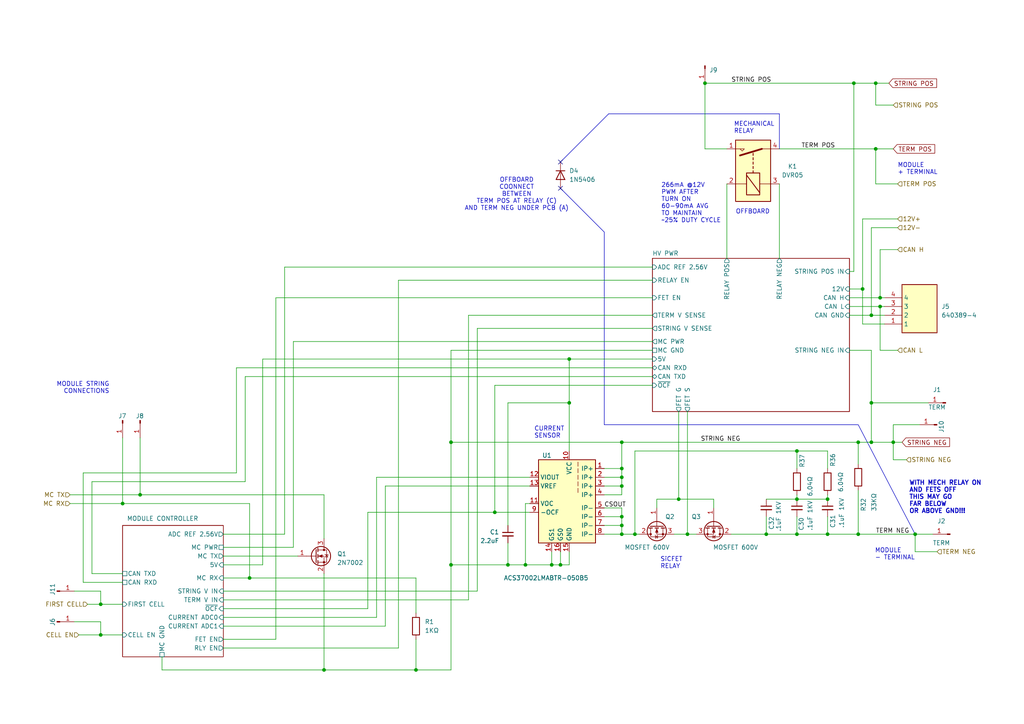
<source format=kicad_sch>
(kicad_sch (version 20250114) (generator "eeschema") (generator_version "9.0")
  (paper "A4")
  (title_block (title "9040315 Module Controller") (date "2024-04-15") (rev "E") (company "Modular Battery Technologies Inc."))
  (lib_symbols
    (symbol "CMC PROTO:ACS37002"
      (property "Reference" "U12" (at 19.05 3.1241 0))
      (property "Value" "ACS780xLRTR-100B" (at 19.05 6.9341 0))
      (symbol "ACS37002_0_1"
        (rectangle (start -7.62 5.08) (end 8.89 -19.05) (stroke (width 0.254)) (fill (type background)))
        (polyline (pts (xy -2.54 3.175) (xy -2.54 4.445)))
        (polyline (pts (xy -2.54 1.27) (xy -2.54 2.54)))
        (polyline (pts (xy -2.54 0.635) (xy -2.54 -0.635)))
        (polyline (pts (xy -2.54 -1.27) (xy -2.54 -2.54)))
        (polyline (pts (xy -2.54 -3.175) (xy -2.54 -4.445)))
      )
      (symbol "ACS37002_1_1"
        (pin passive line (at -10.16 2.54 0) (length 2.54) (name "IP+") (number "1"))
        (pin passive line (at -10.16 0 0) (length 2.54) (name "IP+") (number "2"))
        (pin passive line (at -10.16 -2.54 0) (length 2.54) (name "IP+") (number "3"))
        (pin passive line (at -10.16 -5.08 0) (length 2.54) (name "IP+") (number "4"))
        (pin passive line (at -10.16 -8.89 0) (length 2.54) (name "IP-") (number "5"))
        (pin passive line (at -10.16 -11.43 0) (length 2.54) (name "IP-") (number "6"))
        (pin passive line (at -10.16 -13.97 0) (length 2.54) (name "IP-") (number "7"))
        (pin passive line (at -10.16 -16.51 0) (length 2.54) (name "IP-") (number "8"))
        (pin power_in line (at 0 7.62 270) (length 2.54) (name "VCC") (number "10"))
        (pin power_in line (at 0 -21.59 90) (length 2.54) (name "GND") (number "15"))
        (pin passive line (at 2.54 -21.59 90) (length 2.54) (name "GS0") (number "16"))
        (pin passive line (at 5.08 -21.59 90) (length 2.54) (name "GS1") (number "14"))
        (pin output line (at 11.43 0 180) (length 2.54) (name "VIOUT") (number "12"))
        (pin output line (at 11.43 -2.54 180) (length 2.54) (name "VREF") (number "13"))
        (pin output line (at 11.43 -7.62 180) (length 2.54) (name "VOC") (number "11"))
        (pin output line (at 11.43 -10.16 180) (length 2.54) (name "-OCF") (number "9"))
      )
    )
    (symbol "CMC PROTO:relay"
      (property "Reference" "K1" (at 0 -11.43 90))
      (property "Value" "DVR05" (at -2.54 -8.89 90))
      (symbol "relay_0_0"
        (polyline (pts (xy 5.08 5.08) (xy 5.08 2.54) (xy 4.445 3.175) (xy 5.08 3.81)))
      )
      (symbol "relay_0_1"
        (rectangle (start -10.16 5.08) (end 7.62 -5.08) (stroke (width 0.254)) (fill (type background)))
        (rectangle (start -8.255 1.905) (end -1.905 -1.905) (stroke (width 0.254)))
        (polyline (pts (xy -7.62 -1.905) (xy -2.54 1.905)) (stroke (width 0.254)))
        (polyline (pts (xy -5.08 5.08) (xy -5.08 1.905)))
        (polyline (pts (xy -5.08 -5.08) (xy -5.08 -1.905)))
        (polyline (pts (xy -1.905 0) (xy -1.27 0)) (stroke (width 0.254)))
        (polyline (pts (xy -0.635 0) (xy 0 0)) (stroke (width 0.254)))
        (polyline (pts (xy 0.635 0) (xy 1.27 0)) (stroke (width 0.254)))
        (polyline (pts (xy 1.905 0) (xy 2.54 0)) (stroke (width 0.254)))
        (polyline (pts (xy 3.175 0) (xy 3.81 0)) (stroke (width 0.254)))
        (polyline (pts (xy 5.08 -2.54) (xy 3.175 3.81)) (stroke (width 0.508)))
        (polyline (pts (xy 5.08 -2.54) (xy 5.08 -5.08)))
      )
      (symbol "relay_1_1"
        (pin passive line (at -5.08 7.62 270) (length 2.54) (name "~") (number "2"))
        (pin passive line (at -5.08 -7.62 90) (length 2.54) (name "~") (number "3"))
        (pin passive line (at 5.08 7.62 270) (length 2.54) (name "~") (number "1"))
        (pin passive line (at 5.08 -7.62 90) (length 2.54) (name "~") (number "4"))
      )
    )
    (symbol "Diode:1N5406" (pin_numbers (hide yes)) (pin_names (hide yes))
      (property "Reference" "D" (at 0 2.54 0))
      (property "Value" "1N5406" (at 0 -2.54 0))
      (symbol "1N5406_0_1"
        (polyline (pts (xy -1.27 1.27) (xy -1.27 -1.27)) (stroke (width 0.254)))
        (polyline (pts (xy 1.27 1.27) (xy 1.27 -1.27) (xy -1.27 0) (xy 1.27 1.27)) (stroke (width 0.254)))
        (polyline (pts (xy 1.27 0) (xy -1.27 0)))
      )
      (symbol "1N5406_1_1"
        (pin passive line (at -3.81 0 0) (length 2.54) (name "K") (number "1"))
        (pin passive line (at 3.81 0 180) (length 2.54) (name "A") (number "2"))
      )
    )
    (symbol "Modbatt_Extracted:2N7002" (pin_names (hide yes))
      (property "Reference" "Q" (at 5.08 1.905 0))
      (property "Value" "2N7002" (at 5.08 0 0))
      (symbol "2N7002_0_1"
        (polyline (pts (xy 0.254 1.905) (xy 0.254 -1.905)) (stroke (width 0.254)))
        (polyline (pts (xy 0.254 0) (xy -2.54 0)))
        (polyline (pts (xy 0.762 2.286) (xy 0.762 1.27)) (stroke (width 0.254)))
        (polyline (pts (xy 0.762 0.508) (xy 0.762 -0.508)) (stroke (width 0.254)))
        (polyline (pts (xy 0.762 -1.27) (xy 0.762 -2.286)) (stroke (width 0.254)))
        (polyline (pts (xy 0.762 -1.778) (xy 3.302 -1.778) (xy 3.302 1.778) (xy 0.762 1.778)))
        (polyline (pts (xy 1.016 0) (xy 2.032 0.381) (xy 2.032 -0.381) (xy 1.016 0)) (fill (type outline)))
        (circle (center 1.651 0) (radius 2.794) (stroke (width 0.254)))
        (polyline (pts (xy 2.54 2.54) (xy 2.54 1.778)))
        (circle (center 2.54 1.778) (radius 0.254) (fill (type outline)))
        (circle (center 2.54 -1.778) (radius 0.254) (fill (type outline)))
        (polyline (pts (xy 2.54 -2.54) (xy 2.54 0) (xy 0.762 0)))
        (polyline (pts (xy 2.794 0.508) (xy 2.921 0.381) (xy 3.683 0.381) (xy 3.81 0.254)))
        (polyline (pts (xy 3.302 0.381) (xy 2.921 -0.254) (xy 3.683 -0.254) (xy 3.302 0.381)))
      )
      (symbol "2N7002_1_1"
        (pin input line (at -5.08 0 0) (length 2.54) (name "G") (number "1"))
        (pin passive line (at 2.54 5.08 270) (length 2.54) (name "D") (number "3"))
        (pin passive line (at 2.54 -5.08 90) (length 2.54) (name "S") (number "2"))
      )
    )
    (symbol "Modbatt_Extracted:C_Small" (pin_numbers (hide yes)) (pin_names (offset 0.254) (hide yes))
      (property "Reference" "C" (at 0.254 1.778 0))
      (property "Value" "C_Small" (at 0.254 -2.032 0))
      (symbol "C_Small_0_1"
        (polyline (pts (xy -1.524 0.508) (xy 1.524 0.508)) (stroke (width 0.3048)))
        (polyline (pts (xy -1.524 -0.508) (xy 1.524 -0.508)) (stroke (width 0.3302)))
      )
      (symbol "C_Small_1_1"
        (pin passive line (at 0 2.54 270) (length 2.032) (name "~") (number "1"))
        (pin passive line (at 0 -2.54 90) (length 2.032) (name "~") (number "2"))
      )
    )
    (symbol "Modbatt_Extracted:Conn_01x01_Pin" (pin_names (offset 1.016) (hide yes))
      (property "Reference" "J" (at 0 2.54 0))
      (property "Value" "Conn_01x01_Pin" (at 0 -2.54 0))
      (symbol "Conn_01x01_Pin_1_1"
        (rectangle (start 0.8636 0.127) (end 0 -0.127) (stroke (width 0.1524)) (fill (type outline)))
        (polyline (pts (xy 1.27 0) (xy 0.8636 0)) (stroke (width 0.1524)))
        (pin passive line (at 5.08 0 180) (length 3.81) (name "Pin_1") (number "1"))
      )
    )
    (symbol "Modbatt_Extracted:R" (pin_numbers (hide yes)) (pin_names (offset 0))
      (property "Reference" "R" (at 2.032 0 90))
      (property "Value" "R" (at 0 0 90))
      (symbol "R_0_1"
        (rectangle (start -1.016 -2.54) (end 1.016 2.54) (stroke (width 0.254)))
      )
      (symbol "R_1_1"
        (pin passive line (at 0 3.81 270) (length 1.27) (name "~") (number "1"))
        (pin passive line (at 0 -3.81 90) (length 1.27) (name "~") (number "2"))
      )
    )
    (symbol "Modbatt_Library:640389-4"
      (property "Reference" "J5" (at 16.51 -5.715 0))
      (property "Value" "640389-4" (at 16.51 -8.255 0))
      (symbol "640389-4_1_1"
        (rectangle (start 5.08 -1.27) (end 15.24 -15.24) (stroke (width 0.254)) (fill (type background)))
        (pin passive line (at 0 -5.08 0) (length 5.08) (name "4") (number "4"))
        (pin passive line (at 0 -7.62 0) (length 5.08) (name "3") (number "3"))
        (pin passive line (at 0 -10.16 0) (length 5.08) (name "2") (number "2"))
        (pin passive line (at 0 -12.7 0) (length 5.08) (name "1") (number "1"))
      )
    )
    (symbol "Modbatt_Library:MCS035SMA070S" (pin_names (hide yes))
      (property "Reference" "Q2" (at 3.81 2.54 90))
      (property "Value" "MSC035SMA070S" (at 6.35 -6.35 90))
      (symbol "MCS035SMA070S_0_1"
        (polyline (pts (xy 0.254 1.905) (xy 0.254 -1.905)) (stroke (width 0.254)))
        (polyline (pts (xy 0.254 0) (xy -2.54 0)))
        (polyline (pts (xy 0.762 2.286) (xy 0.762 1.27)) (stroke (width 0.254)))
        (polyline (pts (xy 0.762 0.508) (xy 0.762 -0.508)) (stroke (width 0.254)))
        (polyline (pts (xy 0.762 -1.27) (xy 0.762 -2.286)) (stroke (width 0.254)))
        (polyline (pts (xy 0.762 -1.778) (xy 3.302 -1.778) (xy 3.302 1.778) (xy 0.762 1.778)))
        (polyline (pts (xy 1.016 0) (xy 2.032 0.381) (xy 2.032 -0.381) (xy 1.016 0)) (fill (type outline)))
        (circle (center 1.651 0) (radius 2.794) (stroke (width 0.254)))
        (polyline (pts (xy 2.54 2.54) (xy 2.54 1.778)))
        (circle (center 2.54 1.778) (radius 0.254) (fill (type outline)))
        (circle (center 2.54 -1.778) (radius 0.254) (fill (type outline)))
        (polyline (pts (xy 2.54 -2.54) (xy 2.54 0) (xy 0.762 0)))
        (polyline (pts (xy 2.794 0.508) (xy 2.921 0.381) (xy 3.683 0.381) (xy 3.81 0.254)))
        (polyline (pts (xy 3.302 0.381) (xy 2.921 -0.254) (xy 3.683 -0.254) (xy 3.302 0.381)))
      )
      (symbol "MCS035SMA070S_1_1"
        (pin input line (at -5.08 0 0) (length 2.54) (name "G") (number "1"))
        (pin passive line (at 2.54 5.08 270) (length 2.54) (name "D") (number "2"))
        (pin passive line (at 2.54 -5.08 90) (length 2.54) (name "S") (number "3"))
      )
    )
  )
  (text "OFFBOARD\nCOONNECT\nBETWEEN\nTERM POS AT RELAY (C)\nAND TERM NEG UNDER PCB (A)" (at 149.86 56.388 0) (effects (font (size 1.27 1.27))))
  (text "WITH MECH RELAY ON \nAND FETS OFF\nTHIS MAY GO \nFAR BELOW \nOR ABOVE GND!!!" (at 263.652 149.098 0) (effects (font (size 1.27 1.27) (thickness 0.254) (bold yes)) (justify left bottom)))
  (text "OFFBOARD" (at 213.36 62.23 0) (effects (font (size 1.27 1.27)) (justify left bottom)))
  (text "MODULE STRING\nCONNECTIONS" (at 31.75 114.3 0) (effects (font (size 1.27 1.27)) (justify right bottom)))
  (text "MODULE\n- TERMINAL" (at 253.746 162.56 0) (effects (font (size 1.27 1.27)) (justify left bottom)))
  (text "CURRENT\nSENSOR" (at 154.94 127.254 0) (effects (font (size 1.27 1.27)) (justify left bottom)))
  (text "MECHANICAL\nRELAY" (at 212.852 38.862 0) (effects (font (size 1.27 1.27)) (justify left bottom)))
  (text "MODULE\n+ TERMINAL" (at 260.35 50.8 0) (effects (font (size 1.27 1.27)) (justify left bottom)))
  (text "SiCFET\nRELAY" (at 191.516 165.1 0) (effects (font (size 1.27 1.27)) (justify left bottom)))
  (text "266mA @12V\nPWM AFTER \nTURN ON\n60-90mA AVG\nTO MAINTAIN\n~25% DUTY CYCLE" (at 191.77 64.77 0) (effects (font (size 1.27 1.27)) (justify left bottom)))
  (junction (at 35.56 146.05))
  (junction (at 180.34 128.27))
  (junction (at 204.47 24.13))
  (junction (at 247.65 24.13))
  (junction (at 231.14 154.94))
  (junction (at 160.02 163.83))
  (junction (at 248.92 128.27))
  (junction (at 250.19 83.82))
  (junction (at 196.85 144.78))
  (junction (at 254 43.18))
  (junction (at 180.34 154.94))
  (junction (at 254 24.13))
  (junction (at 248.92 154.94))
  (junction (at 240.03 154.94))
  (junction (at 180.34 138.43))
  (junction (at 265.43 154.94))
  (junction (at 120.65 194.31))
  (junction (at 255.27 88.9))
  (junction (at 152.4 163.83))
  (junction (at 165.1 116.84))
  (junction (at 231.14 130.81))
  (junction (at 184.15 154.94))
  (junction (at 222.25 154.94))
  (junction (at 180.34 152.4))
  (junction (at 199.39 154.94))
  (junction (at 147.32 163.83))
  (junction (at 40.64 143.51))
  (junction (at 180.34 149.86))
  (junction (at 252.73 116.84))
  (junction (at 180.34 140.97))
  (junction (at 165.1 104.14))
  (junction (at 252.73 91.44))
  (junction (at 143.51 148.59))
  (junction (at 72.39 167.64))
  (junction (at 180.34 135.89))
  (junction (at 130.81 128.27))
  (junction (at 162.56 163.83))
  (junction (at 252.73 128.27))
  (junction (at 259.08 128.27))
  (junction (at 231.14 144.78))
  (junction (at 29.21 175.26))
  (junction (at 29.21 184.15))
  (junction (at 240.03 144.78))
  (junction (at 255.27 86.36))
  (junction (at 93.98 194.31))
  (junction (at 130.81 163.83))
  (no_connect (at 162.56 54.61))
  (no_connect (at 162.56 46.99))
  (wire (pts (xy 196.85 144.78) (xy 207.01 144.78)))
  (wire (pts (xy 226.06 43.18) (xy 254 43.18)))
  (wire (pts (xy 80.01 86.36) (xy 80.01 185.42)))
  (wire (pts (xy 250.19 93.98) (xy 256.54 93.98)))
  (wire (pts (xy 29.21 171.45) (xy 29.21 175.26)))
  (wire (pts (xy 115.57 187.96) (xy 64.77 187.96)))
  (wire (pts (xy 76.2 163.83) (xy 64.77 163.83)))
  (wire (pts (xy 109.22 179.07) (xy 109.22 138.43)))
  (wire (pts (xy 212.09 154.94) (xy 222.25 154.94)))
  (wire (pts (xy 180.34 128.27) (xy 248.92 128.27)))
  (wire (pts (xy 189.23 81.28) (xy 115.57 81.28)))
  (wire (pts (xy 259.08 128.27) (xy 259.08 133.35)))
  (wire (pts (xy 106.68 148.59) (xy 106.68 176.53)))
  (wire (pts (xy 20.32 143.51) (xy 40.64 143.51)))
  (wire (pts (xy 247.65 24.13) (xy 254 24.13)))
  (polyline (pts (xy 175.26 123.19) (xy 175.26 67.31)))
  (polyline (pts (xy 248.92 123.19) (xy 175.26 123.19)))
  (polyline (pts (xy 226.06 33.02) (xy 176.53 33.02)))
  (wire (pts (xy 231.14 135.89) (xy 231.14 130.81)))
  (wire (pts (xy 138.43 171.45) (xy 64.77 171.45)))
  (wire (pts (xy 248.92 128.27) (xy 248.92 134.62)))
  (wire (pts (xy 259.08 133.35) (xy 262.89 133.35)))
  (wire (pts (xy 265.43 154.94) (xy 265.43 160.02)))
  (wire (pts (xy 130.81 101.6) (xy 189.23 101.6)))
  (wire (pts (xy 135.89 91.44) (xy 135.89 173.99)))
  (wire (pts (xy 120.65 185.42) (xy 120.65 194.31)))
  (wire (pts (xy 246.38 86.36) (xy 255.27 86.36)))
  (wire (pts (xy 259.08 128.27) (xy 261.62 128.27)))
  (wire (pts (xy 109.22 138.43) (xy 153.67 138.43)))
  (wire (pts (xy 143.51 148.59) (xy 153.67 148.59)))
  (wire (pts (xy 175.26 149.86) (xy 180.34 149.86)))
  (wire (pts (xy 254 43.18) (xy 259.08 43.18)))
  (wire (pts (xy 250.19 83.82) (xy 250.19 93.98)))
  (wire (pts (xy 184.15 130.81) (xy 231.14 130.81)))
  (wire (pts (xy 175.26 147.32) (xy 180.34 147.32)))
  (wire (pts (xy 21.59 171.45) (xy 29.21 171.45)))
  (wire (pts (xy 64.77 161.29) (xy 86.36 161.29)))
  (wire (pts (xy 120.65 194.31) (xy 130.81 194.31)))
  (wire (pts (xy 85.09 99.06) (xy 85.09 158.75)))
  (wire (pts (xy 120.65 167.64) (xy 72.39 167.64)))
  (wire (pts (xy 204.47 24.13) (xy 204.47 43.18)))
  (wire (pts (xy 254 24.13) (xy 257.81 24.13)))
  (wire (pts (xy 252.73 116.84) (xy 252.73 128.27)))
  (wire (pts (xy 138.43 95.25) (xy 189.23 95.25)))
  (wire (pts (xy 255.27 86.36) (xy 256.54 86.36)))
  (wire (pts (xy 111.76 140.97) (xy 153.67 140.97)))
  (polyline (pts (xy 162.56 54.61) (xy 175.26 67.31)))
  (wire (pts (xy 240.03 154.94) (xy 248.92 154.94)))
  (wire (pts (xy 111.76 181.61) (xy 64.77 181.61)))
  (wire (pts (xy 180.34 147.32) (xy 180.34 149.86)))
  (wire (pts (xy 152.4 163.83) (xy 160.02 163.83)))
  (wire (pts (xy 252.73 116.84) (xy 269.24 116.84)))
  (wire (pts (xy 68.58 106.68) (xy 189.23 106.68)))
  (wire (pts (xy 222.25 149.86) (xy 222.25 154.94)))
  (wire (pts (xy 246.38 91.44) (xy 252.73 91.44)))
  (wire (pts (xy 93.98 194.31) (xy 120.65 194.31)))
  (wire (pts (xy 82.55 77.47) (xy 189.23 77.47)))
  (wire (pts (xy 162.56 160.02) (xy 162.56 163.83)))
  (wire (pts (xy 231.14 144.78) (xy 240.03 144.78)))
  (wire (pts (xy 21.59 180.34) (xy 29.21 180.34)))
  (wire (pts (xy 259.08 30.48) (xy 254 30.48)))
  (wire (pts (xy 130.81 163.83) (xy 147.32 163.83)))
  (wire (pts (xy 165.1 116.84) (xy 165.1 130.81)))
  (wire (pts (xy 115.57 81.28) (xy 115.57 187.96)))
  (wire (pts (xy 93.98 166.37) (xy 93.98 194.31)))
  (wire (pts (xy 207.01 144.78) (xy 207.01 147.32)))
  (wire (pts (xy 252.73 91.44) (xy 256.54 91.44)))
  (wire (pts (xy 240.03 143.51) (xy 240.03 144.78)))
  (wire (pts (xy 190.5 144.78) (xy 196.85 144.78)))
  (wire (pts (xy 152.4 146.05) (xy 152.4 163.83)))
  (wire (pts (xy 204.47 43.18) (xy 210.82 43.18)))
  (wire (pts (xy 252.73 66.04) (xy 260.35 66.04)))
  (wire (pts (xy 160.02 163.83) (xy 162.56 163.83)))
  (wire (pts (xy 82.55 154.94) (xy 64.77 154.94)))
  (wire (pts (xy 175.26 138.43) (xy 180.34 138.43)))
  (wire (pts (xy 180.34 128.27) (xy 180.34 135.89)))
  (wire (pts (xy 120.65 167.64) (xy 120.65 177.8)))
  (wire (pts (xy 35.56 146.05) (xy 72.39 146.05)))
  (wire (pts (xy 180.34 143.51) (xy 175.26 143.51)))
  (wire (pts (xy 265.43 154.94) (xy 270.51 154.94)))
  (wire (pts (xy 71.12 109.22) (xy 71.12 139.7)))
  (wire (pts (xy 246.38 88.9) (xy 255.27 88.9)))
  (wire (pts (xy 231.14 154.94) (xy 240.03 154.94)))
  (wire (pts (xy 24.13 137.16) (xy 24.13 168.91)))
  (wire (pts (xy 189.23 111.76) (xy 143.51 111.76)))
  (wire (pts (xy 64.77 179.07) (xy 109.22 179.07)))
  (wire (pts (xy 254 53.34) (xy 254 43.18)))
  (wire (pts (xy 130.81 163.83) (xy 130.81 194.31)))
  (wire (pts (xy 80.01 86.36) (xy 189.23 86.36)))
  (wire (pts (xy 76.2 104.14) (xy 76.2 163.83)))
  (wire (pts (xy 252.73 101.6) (xy 252.73 116.84)))
  (wire (pts (xy 190.5 147.32) (xy 190.5 144.78)))
  (wire (pts (xy 153.67 146.05) (xy 152.4 146.05)))
  (wire (pts (xy 259.08 123.19) (xy 266.7 123.19)))
  (wire (pts (xy 106.68 176.53) (xy 64.77 176.53)))
  (wire (pts (xy 180.34 138.43) (xy 180.34 140.97)))
  (wire (pts (xy 160.02 160.02) (xy 160.02 163.83)))
  (wire (pts (xy 147.32 163.83) (xy 152.4 163.83)))
  (wire (pts (xy 247.65 78.74) (xy 247.65 24.13)))
  (wire (pts (xy 22.86 184.15) (xy 29.21 184.15)))
  (wire (pts (xy 180.34 140.97) (xy 180.34 143.51)))
  (wire (pts (xy 35.56 127) (xy 35.56 146.05)))
  (polyline (pts (xy 226.06 43.18) (xy 226.06 33.02)))
  (wire (pts (xy 165.1 104.14) (xy 189.23 104.14)))
  (wire (pts (xy 26.67 166.37) (xy 26.67 139.7)))
  (wire (pts (xy 165.1 163.83) (xy 162.56 163.83)))
  (wire (pts (xy 184.15 154.94) (xy 185.42 154.94)))
  (wire (pts (xy 68.58 106.68) (xy 68.58 137.16)))
  (wire (pts (xy 64.77 158.75) (xy 85.09 158.75)))
  (wire (pts (xy 64.77 167.64) (xy 72.39 167.64)))
  (wire (pts (xy 130.81 128.27) (xy 180.34 128.27)))
  (wire (pts (xy 210.82 53.34) (xy 210.82 74.93)))
  (wire (pts (xy 40.64 127) (xy 40.64 143.51)))
  (wire (pts (xy 255.27 86.36) (xy 255.27 72.39)))
  (wire (pts (xy 147.32 157.48) (xy 147.32 163.83)))
  (wire (pts (xy 180.34 135.89) (xy 180.34 138.43)))
  (wire (pts (xy 265.43 160.02) (xy 271.78 160.02)))
  (wire (pts (xy 82.55 77.47) (xy 82.55 154.94)))
  (wire (pts (xy 147.32 116.84) (xy 147.32 152.4)))
  (wire (pts (xy 231.14 149.86) (xy 231.14 154.94)))
  (wire (pts (xy 130.81 128.27) (xy 130.81 163.83)))
  (wire (pts (xy 85.09 99.06) (xy 189.23 99.06)))
  (wire (pts (xy 46.99 194.31) (xy 93.98 194.31)))
  (wire (pts (xy 259.08 128.27) (xy 259.08 123.19)))
  (wire (pts (xy 26.67 139.7) (xy 71.12 139.7)))
  (wire (pts (xy 135.89 173.99) (xy 64.77 173.99)))
  (wire (pts (xy 255.27 88.9) (xy 256.54 88.9)))
  (wire (pts (xy 204.47 24.13) (xy 247.65 24.13)))
  (wire (pts (xy 20.32 146.05) (xy 35.56 146.05)))
  (wire (pts (xy 143.51 111.76) (xy 143.51 148.59)))
  (wire (pts (xy 175.26 135.89) (xy 180.34 135.89)))
  (wire (pts (xy 68.58 137.16) (xy 24.13 137.16)))
  (wire (pts (xy 175.26 140.97) (xy 180.34 140.97)))
  (wire (pts (xy 196.85 119.38) (xy 196.85 144.78)))
  (wire (pts (xy 26.67 166.37) (xy 35.56 166.37)))
  (wire (pts (xy 240.03 130.81) (xy 231.14 130.81)))
  (wire (pts (xy 71.12 109.22) (xy 189.23 109.22)))
  (wire (pts (xy 246.38 78.74) (xy 247.65 78.74)))
  (wire (pts (xy 175.26 152.4) (xy 180.34 152.4)))
  (wire (pts (xy 25.4 175.26) (xy 29.21 175.26)))
  (wire (pts (xy 250.19 83.82) (xy 246.38 83.82)))
  (wire (pts (xy 93.98 143.51) (xy 93.98 156.21)))
  (wire (pts (xy 29.21 175.26) (xy 35.56 175.26)))
  (wire (pts (xy 175.26 154.94) (xy 180.34 154.94)))
  (wire (pts (xy 180.34 152.4) (xy 180.34 154.94)))
  (wire (pts (xy 165.1 160.02) (xy 165.1 163.83)))
  (wire (pts (xy 29.21 180.34) (xy 29.21 184.15)))
  (wire (pts (xy 130.81 101.6) (xy 130.81 128.27)))
  (wire (pts (xy 252.73 66.04) (xy 252.73 91.44)))
  (wire (pts (xy 260.35 53.34) (xy 254 53.34)))
  (wire (pts (xy 165.1 104.14) (xy 165.1 116.84)))
  (wire (pts (xy 135.89 91.44) (xy 189.23 91.44)))
  (wire (pts (xy 222.25 154.94) (xy 231.14 154.94)))
  (wire (pts (xy 240.03 149.86) (xy 240.03 154.94)))
  (wire (pts (xy 106.68 148.59) (xy 143.51 148.59)))
  (wire (pts (xy 40.64 143.51) (xy 93.98 143.51)))
  (wire (pts (xy 240.03 135.89) (xy 240.03 130.81)))
  (wire (pts (xy 250.19 63.5) (xy 250.19 83.82)))
  (wire (pts (xy 199.39 119.38) (xy 199.39 154.94)))
  (wire (pts (xy 24.13 168.91) (xy 35.56 168.91)))
  (wire (pts (xy 195.58 154.94) (xy 199.39 154.94)))
  (polyline (pts (xy 248.92 123.19) (xy 265.43 154.94)))
  (wire (pts (xy 199.39 154.94) (xy 201.93 154.94)))
  (wire (pts (xy 255.27 101.6) (xy 260.35 101.6)))
  (wire (pts (xy 29.21 184.15) (xy 35.56 184.15)))
  (wire (pts (xy 255.27 72.39) (xy 260.35 72.39)))
  (wire (pts (xy 248.92 154.94) (xy 265.43 154.94)))
  (wire (pts (xy 248.92 128.27) (xy 252.73 128.27)))
  (wire (pts (xy 248.92 142.24) (xy 248.92 154.94)))
  (wire (pts (xy 80.01 185.42) (xy 64.77 185.42)))
  (wire (pts (xy 252.73 128.27) (xy 259.08 128.27)))
  (wire (pts (xy 250.19 63.5) (xy 260.35 63.5)))
  (wire (pts (xy 147.32 116.84) (xy 165.1 116.84)))
  (wire (pts (xy 111.76 140.97) (xy 111.76 181.61)))
  (wire (pts (xy 231.14 144.78) (xy 231.14 143.51)))
  (wire (pts (xy 222.25 144.78) (xy 231.14 144.78)))
  (wire (pts (xy 254 30.48) (xy 254 24.13)))
  (wire (pts (xy 180.34 154.94) (xy 184.15 154.94)))
  (wire (pts (xy 180.34 149.86) (xy 180.34 152.4)))
  (wire (pts (xy 226.06 53.34) (xy 226.06 74.93)))
  (wire (pts (xy 46.99 194.31) (xy 46.99 190.5)))
  (wire (pts (xy 184.15 130.81) (xy 184.15 154.94)))
  (wire (pts (xy 72.39 146.05) (xy 72.39 167.64)))
  (wire (pts (xy 246.38 101.6) (xy 252.73 101.6)))
  (polyline (pts (xy 162.56 46.99) (xy 176.53 33.02)))
  (wire (pts (xy 255.27 88.9) (xy 255.27 101.6)))
  (wire (pts (xy 165.1 104.14) (xy 76.2 104.14)))
  (wire (pts (xy 138.43 95.25) (xy 138.43 171.45)))
  (label "STRING POS" (at 212.09 24.13 0))
  (label "TERM POS" (at 232.41 43.18 0))
  (label "TERM NEG" (at 254 154.94 0))
  (label "STRING NEG" (at 203.2 128.27 0))
  (label "CSOUT" (at 175.26 147.32 0))
  (global_label "STRING POS" (shape input) (at 257.81 24.13 0) (property "Intersheetrefs" "${INTERSHEET_REFS}" (effects (hide yes))))
  (global_label "STRING NEG" (shape input) (at 261.62 128.27 0) (property "Intersheetrefs" "${INTERSHEET_REFS}" (effects (hide yes))))
  (global_label "TERM POS" (shape input) (at 259.08 43.18 0) (property "Intersheetrefs" "${INTERSHEET_REFS}" (effects (hide yes))))
  (hierarchical_label "STRING POS" (shape input) (at 259.08 30.48 0))
  (hierarchical_label "MC TX" (shape input) (at 20.32 143.51 180))
  (hierarchical_label "STRING NEG" (shape input) (at 262.89 133.35 0))
  (hierarchical_label "FIRST CELL" (shape input) (at 25.4 175.26 180))
  (hierarchical_label "CELL EN" (shape input) (at 22.86 184.15 180))
  (hierarchical_label "12V+" (shape input) (at 260.35 63.5 0))
  (hierarchical_label "CAN H" (shape input) (at 260.35 72.39 0))
  (hierarchical_label "12V-" (shape input) (at 260.35 66.04 0))
  (hierarchical_label "MC RX" (shape input) (at 20.32 146.05 180))
  (hierarchical_label "TERM NEG" (shape input) (at 271.78 160.02 0))
  (hierarchical_label "TERM POS" (shape input) (at 260.35 53.34 0))
  (hierarchical_label "CAN L" (shape input) (at 260.35 101.6 0))
  (symbol (lib_id "Modbatt_Extracted:Conn_01x01_Pin") (at 35.56 121.92 270) (unit 1)
    (property "Reference" "J7" (at 34.29 120.65 90) (effects (justify left)))
    (property "Value" "Conn_01x01_Pin" (effects (hide yes)))
    (property "Footprint" "modbatt footprints:PinHeader_1x01_P1.00mm_Horizontal" (effects (hide yes)))
  )
  (symbol (lib_id "Modbatt_Extracted:Conn_01x01_Pin") (at 271.78 123.19 180) (unit 1)
    (property "Reference" "J10" (at 273.05 121.92 90) (effects (justify left)))
    (property "Value" "Conn_01x01_Pin" (effects (hide yes)))
    (property "Footprint" "modbatt footprints:PinHeader_1x01_P1.00mm_Horizontal" (effects (hide yes)))
  )
  (symbol (lib_id "CMC PROTO:relay") (at 218.44 48.26 90) (unit 1) (in_bom no)
    (property "Reference" "K1" (at 229.87 48.26 90))
    (property "Value" "DVR05" (at 229.87 50.8 90))
    (property "Footprint" "modbatt footprints:modbatt relay tab" (effects (hide yes)))
    (property "Datasheet" "https://www.omron.com/ecb/products/pdf/en-g5q.pdf" (effects (hide yes)))
  )
  (symbol (lib_id "Modbatt_Extracted:Conn_01x01_Pin") (at 204.47 19.05 270) (unit 1)
    (property "Reference" "J9" (at 205.74 20.32 90) (effects (justify left)))
    (property "Value" "Conn_01x01_Pin" (effects (hide yes)))
    (property "Footprint" "modbatt footprints:PinHeader_1x01_P1.00mm_Horizontal" (effects (hide yes)))
  )
  (symbol (lib_id "Modbatt_Extracted:R") (at 240.03 139.7 180) (unit 1)
    (property "Reference" "R36" (at 241.554 135.382 90) (effects (justify right)))
    (property "Value" "6.04Ω" (at 243.84 142.748 90) (effects (justify right)))
    (property "Footprint" "Resistor_SMD:R_2512_6332Metric" (effects (hide yes)))
    (property "Description" "RES 6.04 OHM 1.5W 1% 2512" (effects (hide yes)))
    (property "MB P/N" "9042155" (effects (hide yes)))
    (property "Manufacturer_Name" "VISHAY" (effects (hide yes)))
    (property "Manufacturer_Part_Number" "CRCW25126R04FKEGHP" (effects (hide yes)))
  )
  (symbol (lib_id "Modbatt_Extracted:Conn_01x01_Pin") (at 274.32 116.84 180) (unit 1) (in_bom no)
    (property "Reference" "J1" (at 271.78 113.03 0))
    (property "Value" "TERM" (at 271.78 118.11 0))
    (property "Footprint" "modbatt footprints:TERMINAL" (effects (hide yes)))
  )
  (symbol (lib_id "Modbatt_Extracted:Conn_01x01_Pin") (at 275.59 154.94 180) (unit 1) (in_bom no)
    (property "Reference" "J2" (at 273.05 151.13 0))
    (property "Value" "TERM" (at 273.05 157.48 0))
    (property "Footprint" "modbatt footprints:TERMINAL" (effects (hide yes)))
  )
  (symbol (lib_id "Modbatt_Extracted:2N7002") (at 91.44 161.29 0) (unit 1)
    (property "Reference" "Q1" (at 97.79 160.655 0) (effects (justify left)))
    (property "Value" "2N7002" (at 97.79 163.195 0) (effects (justify left)))
    (property "Footprint" "Package_TO_SOT_SMD:SOT-323_SC-70" (effects (hide yes)))
    (property "Datasheet" "https://www.onsemi.com/pub/Collateral/NDS7002A-D.PDF" (effects (hide yes)))
  )
  (symbol (lib_id "Modbatt_Extracted:C_Small") (at 231.14 147.32 0) (mirror y) (unit 1)
    (property "Reference" "C30" (at 232.41 153.924 90) (effects (justify left)))
    (property "Value" ".1uF 1KV" (at 234.95 153.924 90) (effects (justify left)))
    (property "Footprint" "Capacitor_SMD:C_1812_4532Metric" (effects (hide yes)))
  )
  (symbol (lib_id "Modbatt_Extracted:R") (at 248.92 138.43 180) (unit 1)
    (property "Reference" "R32" (at 250.444 148.336 90) (effects (justify right)))
    (property "Value" "33KΩ" (at 253.4921 148.336 90) (effects (justify right)))
    (property "Footprint" "modbatt footprints:3560" (effects (hide yes)))
    (property "Description" "RES 3560 33K 6W 1%" (effects (hide yes)))
    (property "MB P/N" "9042127" (effects (hide yes)))
    (property "Manufacturer_Name" "TE Connectivity" (effects (hide yes)))
    (property "Manufacturer_Part_Number" "356033KFT" (effects (hide yes)))
  )
  (symbol (lib_id "Modbatt_Extracted:Conn_01x01_Pin") (at 16.51 180.34 0) (unit 1)
    (property "Reference" "J6" (at 15.24 181.61 90) (effects (justify left)))
    (property "Value" "Conn_01x01_Pin" (effects (hide yes)))
    (property "Footprint" "modbatt footprints:PinHeader_1x01_P1.00mm_Horizontal" (effects (hide yes)))
  )
  (symbol (lib_id "Modbatt_Extracted:C_Small") (at 222.25 147.32 0) (mirror y) (unit 1)
    (property "Reference" "C32" (at 223.774 153.67 90) (effects (justify left)))
    (property "Value" ".1uF 1KV" (at 225.806 154.178 90) (effects (justify left)))
    (property "Footprint" "Capacitor_SMD:C_1812_4532Metric" (effects (hide yes)))
  )
  (symbol (lib_id "Modbatt_Extracted:R") (at 231.14 139.7 0) (mirror x) (unit 1)
    (property "Reference" "R37" (at 232.664 135.636 90) (effects (justify right)))
    (property "Value" "6.04Ω" (at 234.95 144.018 90) (effects (justify right)))
    (property "Footprint" "Resistor_SMD:R_2512_6332Metric" (effects (hide yes)))
    (property "Description" "RES 6.04 OHM 1.5W 1% 2512" (effects (hide yes)))
    (property "MB P/N" "9042155" (effects (hide yes)))
    (property "Manufacturer_Name" "VISHAY" (effects (hide yes)))
    (property "Manufacturer_Part_Number" "CRCW25126R04FKEGHP" (effects (hide yes)))
  )
  (symbol (lib_id "Modbatt_Extracted:Conn_01x01_Pin") (at 16.51 171.45 0) (unit 1)
    (property "Reference" "J11" (at 15.24 172.72 90) (effects (justify left)))
    (property "Value" "Conn_01x01_Pin" (effects (hide yes)))
    (property "Footprint" "modbatt footprints:PinHeader_1x01_P1.00mm_Horizontal" (effects (hide yes)))
  )
  (symbol (lib_id "Modbatt_Library:640389-4") (at 256.54 81.28 0) (unit 1)
    (property "Reference" "J5" (at 273.05 88.9 0) (effects (justify left)))
    (property "Value" "640389-4" (at 273.05 91.44 0) (effects (justify left)))
    (property "Footprint" "modbatt footprints:6403896-4" (effects (hide yes)))
    (property "Datasheet" "https://www.te.com/commerce/DocumentDelivery/DDEController?Action=showdoc&DocId=Customer+Drawing%7F640389%7FAD1%7Fpdf%7FEnglish%7FENG_CD_640389_AD1.pdf%7F640389-6" (effects (hide yes)))
    (property "Height" "8.001" (effects (hide yes)))
    (property "Mouser Part Number" "571-6403896" (effects (hide yes)))
    (property "Mouser Price/Stock" "https://www.mouser.co.uk/ProductDetail/TE-Connectivity/640389-6?qs=qrYS%2FWt5A16t2l2Apbyy6g%3D%3D" (effects (hide yes)))
    (property "Manufacturer_Name" "TE Connectivity" (effects (hide yes)))
    (property "Manufacturer_Part_Number" "640389-6" (effects (hide yes)))
  )
  (symbol (lib_id "Modbatt_Extracted:R") (at 120.65 181.61 0) (unit 1)
    (property "Reference" "R1" (at 123.19 180.3399 0) (effects (justify left)))
    (property "Value" "1KΩ" (at 123.19 182.8799 0) (effects (justify left)))
    (property "Footprint" "Resistor_SMD:R_0402_1005Metric_Pad0.72x0.64mm_HandSolder" (effects (hide yes)))
    (property "Description" "RES 0402 1K OHM 1/16W 1%" (effects (hide yes)))
    (property "MB P/N" "9042161" (effects (hide yes)))
    (property "Manufacturer_Name" "YAGEO" (effects (hide yes)))
    (property "Manufacturer_Part_Number" "RT0402FRE101KL" (effects (hide yes)))
  )
  (symbol (lib_id "Modbatt_Extracted:C_Small") (at 147.32 154.94 0) (mirror y) (unit 1)
    (property "Reference" "C1" (at 144.78 154.3113 0) (effects (justify left)))
    (property "Value" "2.2uF" (at 144.78 156.8513 0) (effects (justify left)))
    (property "Footprint" "Capacitor_SMD:C_0402_1005Metric_Pad0.74x0.62mm_HandSolder" (effects (hide yes)))
  )
  (symbol (lib_id "Diode:1N5406") (at 162.56 50.8 270) (unit 1) (on_board no)
    (property "Reference" "D4" (at 165.1 49.5299 90) (effects (justify left)))
    (property "Value" "1N5406" (at 165.1 52.0699 90) (effects (justify left)))
    (property "Footprint" "Diode_THT:D_DO-201AD_P15.24mm_Horizontal" (effects (hide yes)))
    (property "Datasheet" "http://www.vishay.com/docs/88516/1n5400.pdf" (effects (hide yes)))
    (property "Description" "600V 3A General Purpose Rectifier Diode, DO-201AD" (effects (hide yes)))
    (property "Sim.Device" "D" (effects (hide yes)))
    (property "Sim.Pins" "1=K 2=A" (effects (hide yes)))
  )
  (symbol (lib_id "Modbatt_Library:MCS035SMA070S") (at 190.5 152.4 90) (mirror x) (unit 1)
    (property "Reference" "Q2" (at 194.31 149.86 90))
    (property "Value" "MOSFET 600V" (at 187.706 158.75 90))
    (property "Footprint" "modbatt footprints:TO-263-3_TabPin2" (effects (hide yes)))
    (property "Datasheet" "https://www.onsemi.com/pub/Collateral/NDS7002A-D.PDF" (effects (hide yes)))
    (property "Description" "MOSFET, N-CH, 600V, 50A, 150DEG C, 227W" (effects (hide yes)))
    (property "MB P/N" "9042072" (effects (hide yes)))
    (property "Manufacturer_Name" "INFINEON" (effects (hide yes)))
    (property "Manufacturer_Part_Number" "IPB60R040CFD7ATMA1" (effects (hide yes)))
  )
  (symbol (lib_id "Modbatt_Extracted:Conn_01x01_Pin") (at 40.64 121.92 270) (unit 1)
    (property "Reference" "J8" (at 39.37 120.65 90) (effects (justify left)))
    (property "Value" "Conn_01x01_Pin" (effects (hide yes)))
    (property "Footprint" "modbatt footprints:PinHeader_1x01_P1.00mm_Horizontal" (effects (hide yes)))
  )
  (symbol (lib_id "Modbatt_Library:MCS035SMA070S") (at 207.01 152.4 270) (unit 1)
    (property "Reference" "Q3" (at 201.93 149.86 90))
    (property "Value" "MOSFET 600V" (at 213.36 158.75 90))
    (property "Footprint" "modbatt footprints:TO-263-3_TabPin2" (effects (hide yes)))
    (property "Datasheet" "https://www.onsemi.com/pub/Collateral/NDS7002A-D.PDF" (effects (hide yes)))
    (property "Description" "MOSFET, N-CH, 600V, 50A, 150DEG C, 227W" (effects (hide yes)))
    (property "MB P/N" "9042072" (effects (hide yes)))
    (property "Manufacturer_Name" "INFINEON" (effects (hide yes)))
    (property "Manufacturer_Part_Number" "IPB60R040CFD7ATMA1" (effects (hide yes)))
  )
  (symbol (lib_id "Modbatt_Extracted:C_Small") (at 240.03 147.32 0) (unit 1)
    (property "Reference" "C31" (at 241.554 153.162 90) (effects (justify left)))
    (property "Value" ".1uF 1KV" (at 244.094 153.162 90) (effects (justify left)))
    (property "Footprint" "Capacitor_SMD:C_1812_4532Metric" (effects (hide yes)))
  )
  (symbol (lib_id "CMC PROTO:ACS37002") (at 165.1 138.43 0) (mirror y) (unit 1)
    (property "Reference" "U1" (at 160.02 132.08 0) (effects (justify left)))
    (property "Value" "ACS37002LMABTR-050B5" (at 170.688 167.64 0) (effects (justify left)))
    (property "Footprint" "Package_SO:SOIC-16W_7.5x10.3mm_P1.27mm" (effects (hide yes)))
    (property "Datasheet" "http://www.allegromicro.com/~/media/Files/Datasheets/ACS780-Datasheet.ashx?la=en" (effects (hide yes)))
    (property "Description" "Board Mount Current Sensors 400KHZ" (effects (hide yes)))
    (property "MB P/N" "9042071" (effects (hide yes)))
    (property "Manufacturer_Name" "Allegro MicroSystems " (effects (hide yes)))
    (property "Manufacturer_Part_Number" "ACS37002LMABTR-050B5" (effects (hide yes)))
  )
  (sheet (at 189.23 74.93) (size 57.15 44.45) (stroke (width 0.1524))
    (property "Sheetname" "HV PWR" (at 189.23 74.2184 0) (effects (justify left bottom)))
    (property "Sheetfile" "HV PWR.kicad_sch" (effects (hide yes)))
    (pin "STRING POS IN" input (at 246.38 78.74 0))
    (pin "STRING NEG IN" input (at 246.38 101.6 0))
    (pin "MC PWR" output (at 189.23 99.06 180))
    (pin "MC GND" passive (at 189.23 101.6 180))
    (pin "RELAY POS" output (at 210.82 74.93 90))
    (pin "TERM V SENSE" output (at 189.23 91.44 180))
    (pin "STRING V SENSE" output (at 189.23 95.25 180))
    (pin "RELAY NEG" output (at 226.06 74.93 90))
    (pin "RELAY EN" input (at 189.23 81.28 180))
    (pin "FET S" output (at 199.39 119.38 270))
    (pin "FET G" output (at 196.85 119.38 270))
    (pin "ADC REF 2.56V" input (at 189.23 77.47 180))
    (pin "CAN RXD" bidirectional (at 189.23 106.68 180))
    (pin "CAN TXD" bidirectional (at 189.23 109.22 180))
    (pin "CAN H" input (at 246.38 86.36 0))
    (pin "CAN L" input (at 246.38 88.9 0))
    (pin "CAN GND" input (at 246.38 91.44 0))
    (pin "12V" input (at 246.38 83.82 0))
    (pin "5V" input (at 189.23 104.14 180))
    (pin "FET EN" input (at 189.23 86.36 180))
    (pin "~{OCF}" input (at 189.23 111.76 180))
  )
  (sheet (at 35.56 152.4) (size 29.21 38.1) (stroke (width 0.1524))
    (property "Sheetname" "MODULE CONTROLLER" (at 36.83 151.13 0) (effects (justify left bottom)))
    (property "Sheetfile" "MC.kicad_sch" (effects (hide yes)))
    (pin "MC PWR" passive (at 64.77 158.75 0))
    (pin "MC GND" passive (at 46.99 190.5 270))
    (pin "MC RX" input (at 64.77 167.64 0))
    (pin "MC TX" output (at 64.77 161.29 0))
    (pin "TERM V IN" input (at 64.77 173.99 0))
    (pin "RLY EN" output (at 64.77 187.96 0))
    (pin "STRING V IN" input (at 64.77 171.45 0))
    (pin "CURRENT ADC0" input (at 64.77 179.07 0))
    (pin "CURRENT ADC1" input (at 64.77 181.61 0))
    (pin "ADC REF 2.56V" output (at 64.77 154.94 0))
    (pin "~{OCF}" input (at 64.77 176.53 0))
    (pin "CAN RXD" passive (at 35.56 168.91 180))
    (pin "CAN TXD" passive (at 35.56 166.37 180))
    (pin "FIRST CELL" input (at 35.56 175.26 180))
    (pin "5V" input (at 64.77 163.83 0))
    (pin "CELL EN" input (at 35.56 184.15 180))
    (pin "FET EN" output (at 64.77 185.42 0))
  )
)
</source>
